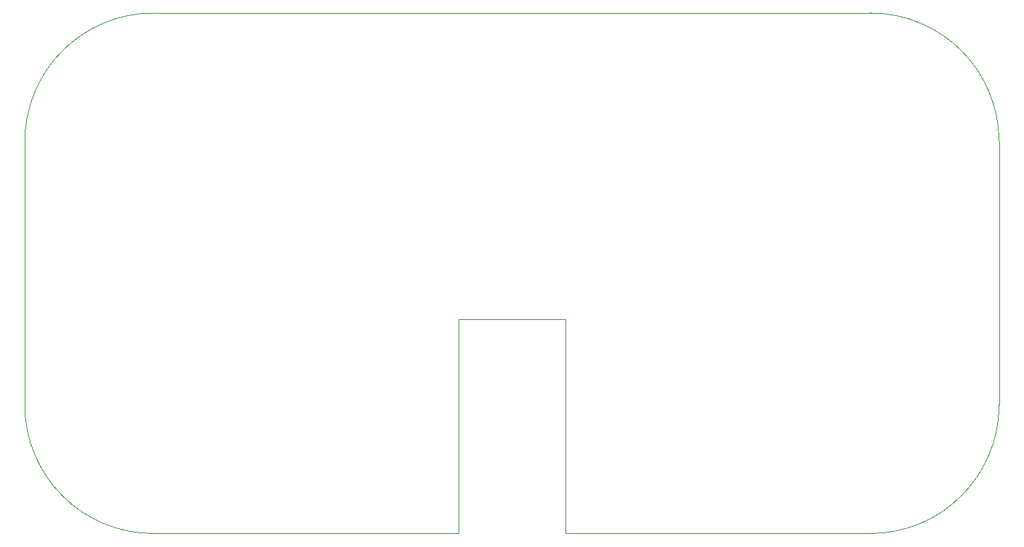
<source format=gm1>
%TF.GenerationSoftware,KiCad,Pcbnew,8.0.4*%
%TF.CreationDate,2024-09-15T11:27:26+10:00*%
%TF.ProjectId,SBRcontroller,53425263-6f6e-4747-926f-6c6c65722e6b,rev?*%
%TF.SameCoordinates,PX3d09000PY568bc30*%
%TF.FileFunction,Profile,NP*%
%FSLAX46Y46*%
G04 Gerber Fmt 4.6, Leading zero omitted, Abs format (unit mm)*
G04 Created by KiCad (PCBNEW 8.0.4) date 2024-09-15 11:27:26*
%MOMM*%
%LPD*%
G01*
G04 APERTURE LIST*
%TA.AperFunction,Profile*%
%ADD10C,0.100000*%
%TD*%
G04 APERTURE END LIST*
D10*
X92750000Y-26250001D02*
G75*
G02*
X77750001Y-41250000I-14999999J0D01*
G01*
X42250000Y-41250000D02*
X77750001Y-41250000D01*
X42250000Y-16250000D02*
X42250000Y-41250000D01*
X29750000Y-16250000D02*
X42250000Y-16250000D01*
X29750000Y-41250000D02*
X29750000Y-16250000D01*
X-5750000Y-41250000D02*
X29750000Y-41250000D01*
X-5750000Y-41250000D02*
G75*
G02*
X-20750000Y-26250000I0J15000000D01*
G01*
X-20750000Y4500000D02*
X-20750000Y-26250000D01*
X-20750000Y4500000D02*
G75*
G02*
X-5749999Y19500000I15000000J0D01*
G01*
X77750001Y19500000D02*
X-5749999Y19500000D01*
X77750001Y19500000D02*
G75*
G02*
X92750000Y4500001I0J-14999999D01*
G01*
X92750000Y-26250001D02*
X92750000Y4500001D01*
M02*

</source>
